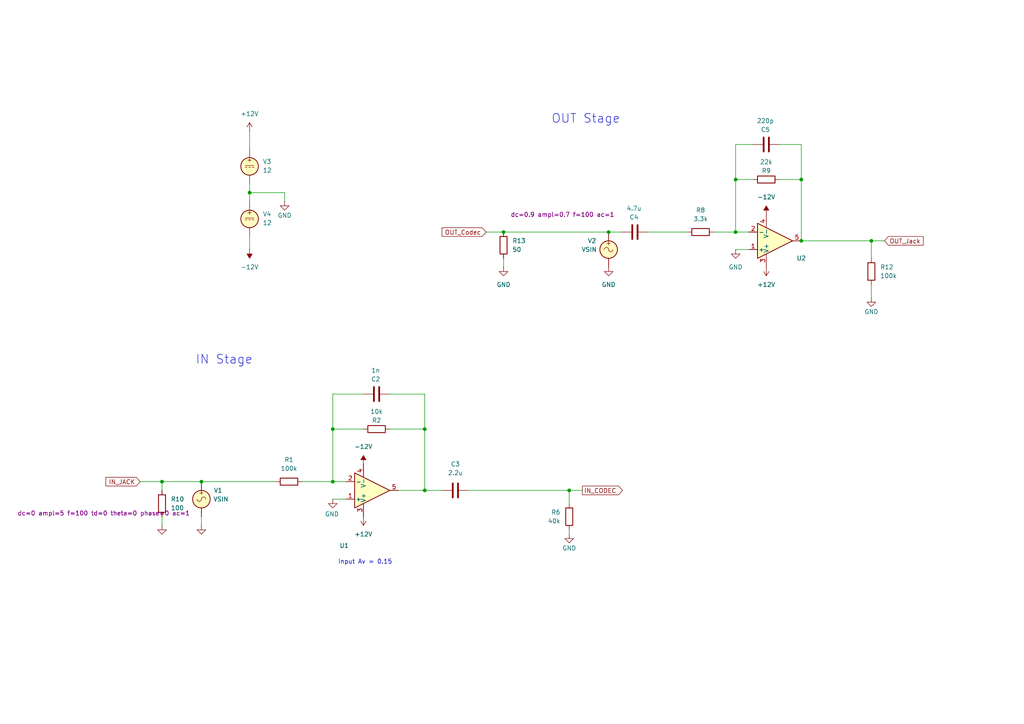
<source format=kicad_sch>
(kicad_sch (version 20250114) (generator "eeschema") (generator_version "9.0")
  (paper "A4")
  (lib_symbols
    (symbol "Device:C" (pin_numbers (hide yes)) (pin_names (offset 0.254))
      (property "Reference" "C" (at 0.635 2.54 0))
      (property "Value" "C" (at 0.635 -2.54 0))
      (symbol "C_0_1"
        (polyline (pts (xy -2.032 0.762) (xy 2.032 0.762)) (stroke (width 0.508)))
        (polyline (pts (xy -2.032 -0.762) (xy 2.032 -0.762)) (stroke (width 0.508)))
      )
      (symbol "C_1_1"
        (pin passive line (at 0 3.81 270) (length 2.794) (name "~") (number "1"))
        (pin passive line (at 0 -3.81 90) (length 2.794) (name "~") (number "2"))
      )
    )
    (symbol "Device:R" (pin_numbers (hide yes)) (pin_names (offset 0))
      (property "Reference" "R" (at 2.032 0 90))
      (property "Value" "R" (at 0 0 90))
      (symbol "R_0_1"
        (rectangle (start -1.016 -2.54) (end 1.016 2.54) (stroke (width 0.254)))
      )
      (symbol "R_1_1"
        (pin passive line (at 0 3.81 270) (length 1.27) (name "~") (number "1"))
        (pin passive line (at 0 -3.81 90) (length 1.27) (name "~") (number "2"))
      )
    )
    (symbol "Simulation_SPICE:OPAMP" (pin_names (offset 0.254))
      (property "Reference" "U" (at 3.81 3.175 0))
      (property "Value" "${SIM.PARAMS}" (at 3.81 -3.175 0))
      (symbol "OPAMP_0_1"
        (polyline (pts (xy 5.08 0) (xy -5.08 5.08) (xy -5.08 -5.08) (xy 5.08 0)) (stroke (width 0.254)) (fill (type background)))
      )
      (symbol "OPAMP_1_1"
        (pin input line (at -7.62 2.54 0) (length 2.54) (name "+") (number "1"))
        (pin input line (at -7.62 -2.54 0) (length 2.54) (name "-") (number "2"))
        (pin power_in line (at -2.54 7.62 270) (length 3.81) (name "V+") (number "3"))
        (pin power_in line (at -2.54 -7.62 90) (length 3.81) (name "V-") (number "4"))
        (pin output line (at 7.62 0 180) (length 2.54) (name "~") (number "5"))
      )
    )
    (symbol "Simulation_SPICE:VDC" (pin_numbers (hide yes)) (pin_names (offset 0.0254))
      (property "Reference" "V" (at 2.54 2.54 0))
      (property "Value" "1" (at 2.54 0 0))
      (symbol "VDC_0_0"
        (polyline (pts (xy -1.27 0.254) (xy 1.27 0.254)))
        (polyline (pts (xy -0.762 -0.254) (xy -1.27 -0.254)))
        (polyline (pts (xy 0.254 -0.254) (xy -0.254 -0.254)))
        (polyline (pts (xy 1.27 -0.254) (xy 0.762 -0.254)))
        (text "+" (at 0 1.905 0) (effects (font (size 1.27 1.27))))
      )
      (symbol "VDC_0_1"
        (circle (center 0 0) (radius 2.54) (stroke (width 0.254)) (fill (type background)))
      )
      (symbol "VDC_1_1"
        (pin passive line (at 0 5.08 270) (length 2.54) (name "~") (number "1"))
        (pin passive line (at 0 -5.08 90) (length 2.54) (name "~") (number "2"))
      )
    )
    (symbol "Simulation_SPICE:VSIN" (pin_numbers (hide yes)) (pin_names (offset 0.0254))
      (property "Reference" "V" (at 2.54 2.54 0))
      (property "Value" "VSIN" (at 2.54 0 0))
      (property "Sim.Params" "dc=0 ampl=1 f=1k ac=1" (at 2.54 -2.54 0))
      (symbol "VSIN_0_0"
        (arc (start -1.27 0) (mid -0.635 0.6323) (end 0 0))
        (arc (start 1.27 0) (mid 0.635 -0.6323) (end 0 0))
        (text "+" (at 0 1.905 0) (effects (font (size 1.27 1.27))))
      )
      (symbol "VSIN_0_1"
        (circle (center 0 0) (radius 2.54) (stroke (width 0.254)) (fill (type background)))
      )
      (symbol "VSIN_1_1"
        (pin passive line (at 0 5.08 270) (length 2.54) (name "~") (number "1"))
        (pin passive line (at 0 -5.08 90) (length 2.54) (name "~") (number "2"))
      )
    )
    (symbol "power:+5V" (power) (pin_numbers (hide yes)) (pin_names (offset 0) (hide yes))
      (property "Value" "+5V" (at 0 3.556 0))
      (symbol "+5V_0_1"
        (polyline (pts (xy -0.762 1.27) (xy 0 2.54)))
        (polyline (pts (xy 0 2.54) (xy 0.762 1.27)))
        (polyline (pts (xy 0 0) (xy 0 2.54)))
      )
      (symbol "+5V_1_1"
        (pin power_in line (at 0 0 90) (length 0) (name "~") (number "1"))
      )
    )
    (symbol "power:-12V" (power) (pin_numbers (hide yes)) (pin_names (offset 0) (hide yes))
      (property "Value" "-12V" (at 0 3.556 0))
      (symbol "-12V_0_0"
        (pin power_in line (at 0 0 90) (length 0) (name "~") (number "1"))
      )
      (symbol "-12V_0_1"
        (polyline (pts (xy 0 0) (xy 0 1.27) (xy 0.762 1.27) (xy 0 2.54) (xy -0.762 1.27) (xy 0 1.27)) (fill (type outline)))
      )
    )
    (symbol "power:GND" (power) (pin_numbers (hide yes)) (pin_names (offset 0) (hide yes))
      (property "Value" "GND" (at 0 -3.81 0))
      (symbol "GND_0_1"
        (polyline (pts (xy 0 0) (xy 0 -1.27) (xy 1.27 -1.27) (xy 0 -2.54) (xy -1.27 -1.27) (xy 0 -1.27)))
      )
      (symbol "GND_1_1"
        (pin power_in line (at 0 0 270) (length 0) (name "~") (number "1"))
      )
    )
  )
  (text "OUT Stage" (at 169.926 34.544 0) (effects (font (size 2.54 2.54))))
  (text "IN Stage" (at 65.024 104.394 0) (effects (font (size 2.54 2.54))))
  (text "Input Av = 0.15" (at 105.918 163.068 0) (effects (font (size 1.27 1.27))))
  (junction (at 165.1 142.24))
  (junction (at 252.73 69.85))
  (junction (at 96.52 139.7))
  (junction (at 176.53 67.31))
  (junction (at 123.19 142.24))
  (junction (at 232.41 69.85))
  (junction (at 146.05 67.31))
  (junction (at 213.36 52.07))
  (junction (at 72.39 55.88))
  (junction (at 46.99 139.7))
  (junction (at 96.52 124.46))
  (junction (at 58.42 139.7))
  (junction (at 213.36 67.31))
  (junction (at 123.19 124.46))
  (junction (at 232.41 52.07))
  (wire (pts (xy 96.52 139.7) (xy 100.33 139.7)))
  (wire (pts (xy 72.39 55.88) (xy 72.39 58.42)))
  (wire (pts (xy 213.36 67.31) (xy 213.36 52.07)))
  (wire (pts (xy 96.52 124.46) (xy 105.41 124.46)))
  (wire (pts (xy 72.39 68.58) (xy 72.39 72.39)))
  (wire (pts (xy 226.06 52.07) (xy 232.41 52.07)))
  (wire (pts (xy 252.73 74.93) (xy 252.73 69.85)))
  (wire (pts (xy 46.99 142.24) (xy 46.99 139.7)))
  (wire (pts (xy 226.06 41.91) (xy 232.41 41.91)))
  (wire (pts (xy 72.39 53.34) (xy 72.39 55.88)))
  (wire (pts (xy 140.97 67.31) (xy 146.05 67.31)))
  (wire (pts (xy 40.64 139.7) (xy 46.99 139.7)))
  (wire (pts (xy 58.42 139.7) (xy 80.01 139.7)))
  (wire (pts (xy 213.36 72.39) (xy 217.17 72.39)))
  (wire (pts (xy 96.52 139.7) (xy 96.52 124.46)))
  (wire (pts (xy 123.19 124.46) (xy 123.19 142.24)))
  (wire (pts (xy 176.53 67.31) (xy 180.34 67.31)))
  (wire (pts (xy 82.55 55.88) (xy 82.55 58.42)))
  (wire (pts (xy 213.36 41.91) (xy 213.36 52.07)))
  (wire (pts (xy 213.36 67.31) (xy 217.17 67.31)))
  (wire (pts (xy 46.99 149.86) (xy 46.99 152.4)))
  (wire (pts (xy 135.89 142.24) (xy 165.1 142.24)))
  (wire (pts (xy 252.73 69.85) (xy 256.54 69.85)))
  (wire (pts (xy 115.57 142.24) (xy 123.19 142.24)))
  (wire (pts (xy 96.52 114.3) (xy 96.52 124.46)))
  (wire (pts (xy 187.96 67.31) (xy 199.39 67.31)))
  (wire (pts (xy 146.05 67.31) (xy 176.53 67.31)))
  (wire (pts (xy 105.41 114.3) (xy 96.52 114.3)))
  (wire (pts (xy 165.1 142.24) (xy 165.1 146.05)))
  (wire (pts (xy 232.41 69.85) (xy 252.73 69.85)))
  (wire (pts (xy 113.03 114.3) (xy 123.19 114.3)))
  (wire (pts (xy 252.73 82.55) (xy 252.73 86.36)))
  (wire (pts (xy 165.1 153.67) (xy 165.1 154.94)))
  (wire (pts (xy 165.1 142.24) (xy 168.91 142.24)))
  (wire (pts (xy 232.41 52.07) (xy 232.41 69.85)))
  (wire (pts (xy 72.39 55.88) (xy 82.55 55.88)))
  (wire (pts (xy 232.41 41.91) (xy 232.41 52.07)))
  (wire (pts (xy 123.19 124.46) (xy 123.19 114.3)))
  (wire (pts (xy 87.63 139.7) (xy 96.52 139.7)))
  (wire (pts (xy 46.99 139.7) (xy 58.42 139.7)))
  (wire (pts (xy 207.01 67.31) (xy 213.36 67.31)))
  (wire (pts (xy 218.44 41.91) (xy 213.36 41.91)))
  (wire (pts (xy 96.52 144.78) (xy 100.33 144.78)))
  (wire (pts (xy 72.39 38.1) (xy 72.39 43.18)))
  (wire (pts (xy 213.36 52.07) (xy 218.44 52.07)))
  (wire (pts (xy 123.19 142.24) (xy 128.27 142.24)))
  (wire (pts (xy 58.42 149.86) (xy 58.42 152.4)))
  (wire (pts (xy 113.03 124.46) (xy 123.19 124.46)))
  (wire (pts (xy 146.05 74.93) (xy 146.05 77.47)))
  (global_label "IN_CODEC" (shape output) (at 168.91 142.24 0) (property "Intersheetrefs" "${INTERSHEET_REFS}" (effects (hide yes))))
  (global_label "OUT_Codec" (shape input) (at 140.97 67.31 180) (property "Intersheetrefs" "${INTERSHEET_REFS}" (effects (hide yes))))
  (global_label "OUT_Jack" (shape input) (at 256.54 69.85 0) (property "Intersheetrefs" "${INTERSHEET_REFS}" (effects (hide yes))))
  (global_label "IN_JACK" (shape input) (at 40.64 139.7 180) (property "Intersheetrefs" "${INTERSHEET_REFS}" (effects (hide yes))))
  (symbol (lib_id "Device:R") (at 109.22 124.46 90) (mirror x) (unit 1)
    (property "Reference" "R2" (at 109.22 121.92 90))
    (property "Value" "10k" (at 109.22 119.38 90))
    (property "Description" "Resistor" (effects (hide yes)))
  )
  (symbol (lib_id "Simulation_SPICE:OPAMP") (at 224.79 69.85 0) (mirror x) (unit 1)
    (property "Reference" "U2" (at 232.41 74.8986 0))
    (property "Value" "${SIM.PARAMS}" (at 232.41 72.9935 0))
    (property "Datasheet" "https://ngspice.sourceforge.io/docs/ngspice-html-manual/manual.xhtml#sec__SUBCKT_Subcircuits" (effects (hide yes)))
    (property "Description" "Operational amplifier, single, node sequence=1:+ 2:- 3:OUT 4:V+ 5:V-" (effects (hide yes)))
    (property "Sim.Pins" "1=in+ 2=in- 3=vcc 4=vee 5=out" (effects (hide yes)))
    (property "Sim.Device" "SUBCKT" (effects (hide yes)))
    (property "Sim.Library" "${KICAD7_SYMBOL_DIR}/Simulation_SPICE.sp" (effects (hide yes)))
    (property "Sim.Name" "kicad_builtin_opamp" (effects (hide yes)))
  )
  (symbol (lib_id "power:GND") (at 58.42 152.4 0) (mirror y) (unit 1)
    (property "Reference" "#PWR01" (effects (hide yes)))
    (property "Value" "GND" (effects (hide yes)))
    (property "Description" "Power symbol creates a global label with name \"GND\" , ground" (effects (hide yes)))
  )
  (symbol (lib_id "power:-12V") (at 72.39 72.39 0) (mirror x) (unit 1)
    (property "Reference" "#PWR013" (effects (hide yes)))
    (property "Value" "-12V" (at 72.39 77.47 0))
    (property "Description" "Power symbol creates a global label with name \"-12V\"" (effects (hide yes)))
  )
  (symbol (lib_id "Device:R") (at 165.1 149.86 0) (mirror x) (unit 1)
    (property "Reference" "R6" (at 162.56 148.5899 0) (effects (justify right)))
    (property "Value" "40k" (at 162.56 151.1299 0) (effects (justify right)))
    (property "Description" "Resistor" (effects (hide yes)))
  )
  (symbol (lib_id "power:-12V") (at 105.41 134.62 0) (mirror y) (unit 1)
    (property "Reference" "#PWR03" (effects (hide yes)))
    (property "Value" "-12V" (at 105.41 129.54 0))
    (property "Description" "Power symbol creates a global label with name \"-12V\"" (effects (hide yes)))
  )
  (symbol (lib_id "Simulation_SPICE:VSIN") (at 58.42 144.78 0) (mirror y) (unit 1) (in_bom no) (on_board no)
    (property "Reference" "V1" (at 64.516 142.24 0) (effects (justify left)))
    (property "Value" "VSIN" (at 66.294 144.78 0) (effects (justify left)))
    (property "Datasheet" "https://ngspice.sourceforge.io/docs/ngspice-html-manual/manual.xhtml#sec_Independent_Sources_for" (effects (hide yes)))
    (property "Description" "Voltage source, sinusoidal" (effects (hide yes)))
    (property "Sim.Pins" "1=+ 2=-" (effects (hide yes)))
    (property "Sim.Params" "dc=0 ampl=5 f=100 td=0 theta=0 phase=0 ac=1" (at 55.118 148.844 0) (effects (justify left)))
    (property "Sim.Type" "SIN" (effects (hide yes)))
    (property "Sim.Device" "V" (effects (hide yes)))
  )
  (symbol (lib_id "power:+5V") (at 105.41 149.86 0) (mirror x) (unit 1)
    (property "Reference" "#PWR04" (effects (hide yes)))
    (property "Value" "+12V" (at 105.41 154.94 0))
    (property "Description" "Power symbol creates a global label with name \"+5V\"" (effects (hide yes)))
  )
  (symbol (lib_id "power:GND") (at 146.05 77.47 0) (unit 1) (in_bom no) (on_board no)
    (property "Reference" "#PWR017" (effects (hide yes)))
    (property "Value" "GND" (at 146.05 82.55 0))
    (property "Description" "Power symbol creates a global label with name \"GND\" , ground" (effects (hide yes)))
  )
  (symbol (lib_id "Device:R") (at 146.05 71.12 180) (unit 1)
    (property "Reference" "R13" (at 148.59 69.8499 0) (effects (justify right)))
    (property "Value" "50" (at 148.59 72.3899 0) (effects (justify right)))
    (property "Description" "Resistor" (effects (hide yes)))
  )
  (symbol (lib_id "power:+5V") (at 72.39 38.1 0) (mirror y) (unit 1)
    (property "Reference" "#PWR014" (effects (hide yes)))
    (property "Value" "+12V" (at 72.39 33.02 0))
    (property "Description" "Power symbol creates a global label with name \"+5V\"" (effects (hide yes)))
  )
  (symbol (lib_id "Simulation_SPICE:VDC") (at 72.39 48.26 0) (unit 1)
    (property "Reference" "V3" (at 76.2 46.8601 0) (effects (justify left)))
    (property "Value" "12" (at 76.2 49.4001 0) (effects (justify left)))
    (property "Datasheet" "https://ngspice.sourceforge.io/docs/ngspice-html-manual/manual.xhtml#sec_Independent_Sources_for" (effects (hide yes)))
    (property "Description" "Voltage source, DC" (effects (hide yes)))
    (property "Sim.Pins" "1=+ 2=-" (effects (hide yes)))
    (property "Sim.Type" "DC" (effects (hide yes)))
    (property "Sim.Device" "V" (effects (hide yes)))
  )
  (symbol (lib_id "Device:C") (at 222.25 41.91 270) (mirror x) (unit 1)
    (property "Reference" "C5" (at 221.996 37.592 90))
    (property "Value" "220p" (at 221.996 35.052 90))
    (property "Description" "Unpolarized capacitor" (effects (hide yes)))
  )
  (symbol (lib_id "Device:R") (at 46.99 146.05 180) (unit 1)
    (property "Reference" "R10" (at 49.53 144.7799 0) (effects (justify right)))
    (property "Value" "100" (at 49.53 147.3199 0) (effects (justify right)))
    (property "Description" "Resistor" (effects (hide yes)))
  )
  (symbol (lib_id "power:GND") (at 46.99 152.4 0) (mirror y) (unit 1)
    (property "Reference" "#PWR012" (effects (hide yes)))
    (property "Value" "GND" (effects (hide yes)))
    (property "Description" "Power symbol creates a global label with name \"GND\" , ground" (effects (hide yes)))
  )
  (symbol (lib_id "power:GND") (at 82.55 58.42 0) (unit 1)
    (property "Reference" "#PWR015" (effects (hide yes)))
    (property "Value" "GND" (at 82.55 62.484 0))
    (property "Description" "Power symbol creates a global label with name \"GND\" , ground" (effects (hide yes)))
  )
  (symbol (lib_id "power:+5V") (at 222.25 77.47 0) (mirror x) (unit 1)
    (property "Reference" "#PWR011" (effects (hide yes)))
    (property "Value" "+12V" (at 222.25 82.55 0))
    (property "Description" "Power symbol creates a global label with name \"+5V\"" (effects (hide yes)))
  )
  (symbol (lib_id "power:GND") (at 176.53 77.47 0) (unit 1) (in_bom no) (on_board no)
    (property "Reference" "#PWR07" (effects (hide yes)))
    (property "Value" "GND" (at 176.53 82.55 0))
    (property "Description" "Power symbol creates a global label with name \"GND\" , ground" (effects (hide yes)))
  )
  (symbol (lib_id "Device:R") (at 252.73 78.74 180) (unit 1)
    (property "Reference" "R12" (at 255.27 77.4699 0) (effects (justify right)))
    (property "Value" "100k" (at 255.27 80.0099 0) (effects (justify right)))
    (property "Description" "Resistor" (effects (hide yes)))
  )
  (symbol (lib_id "Device:R") (at 222.25 52.07 90) (mirror x) (unit 1)
    (property "Reference" "R9" (at 222.25 49.53 90))
    (property "Value" "22k" (at 222.25 46.99 90))
    (property "Description" "Resistor" (effects (hide yes)))
  )
  (symbol (lib_id "Simulation_SPICE:VDC") (at 72.39 63.5 0) (unit 1)
    (property "Reference" "V4" (at 76.2 62.1001 0) (effects (justify left)))
    (property "Value" "12" (at 76.2 64.6401 0) (effects (justify left)))
    (property "Datasheet" "https://ngspice.sourceforge.io/docs/ngspice-html-manual/manual.xhtml#sec_Independent_Sources_for" (effects (hide yes)))
    (property "Description" "Voltage source, DC" (effects (hide yes)))
    (property "Sim.Pins" "1=+ 2=-" (effects (hide yes)))
    (property "Sim.Type" "DC" (effects (hide yes)))
    (property "Sim.Device" "V" (effects (hide yes)))
  )
  (symbol (lib_id "Device:C") (at 109.22 114.3 270) (mirror x) (unit 1)
    (property "Reference" "C2" (at 108.966 109.982 90))
    (property "Value" "1n" (at 108.966 107.442 90))
    (property "Description" "Unpolarized capacitor" (effects (hide yes)))
  )
  (symbol (lib_id "Device:C") (at 132.08 142.24 90) (mirror x) (unit 1)
    (property "Reference" "C3" (at 132.08 134.62 90))
    (property "Value" "2.2u" (at 132.08 137.16 90))
    (property "Description" "Unpolarized capacitor" (effects (hide yes)))
  )
  (symbol (lib_id "power:GND") (at 252.73 86.36 0) (mirror y) (unit 1)
    (property "Reference" "#PWR016" (effects (hide yes)))
    (property "Value" "GND" (at 252.73 90.424 0))
    (property "Description" "Power symbol creates a global label with name \"GND\" , ground" (effects (hide yes)))
  )
  (symbol (lib_id "Device:C") (at 184.15 67.31 270) (mirror x) (unit 1)
    (property "Reference" "C4" (at 183.896 62.992 90))
    (property "Value" "4.7u" (at 183.896 60.452 90))
    (property "Description" "Unpolarized capacitor" (effects (hide yes)))
  )
  (symbol (lib_id "Device:R") (at 83.82 139.7 90) (mirror x) (unit 1)
    (property "Reference" "R1" (at 83.82 133.35 90))
    (property "Value" "100k" (at 83.82 135.89 90))
    (property "Description" "Resistor" (effects (hide yes)))
  )
  (symbol (lib_id "power:GND") (at 213.36 72.39 0) (mirror y) (unit 1) (in_bom no) (on_board no)
    (property "Reference" "#PWR09" (effects (hide yes)))
    (property "Value" "GND" (at 213.36 77.47 0))
    (property "Description" "Power symbol creates a global label with name \"GND\" , ground" (effects (hide yes)))
  )
  (symbol (lib_id "Simulation_SPICE:VSIN") (at 176.53 72.39 0) (unit 1) (in_bom no) (on_board no)
    (property "Reference" "V2" (at 170.434 69.85 0) (effects (justify left)))
    (property "Value" "VSIN" (at 168.656 72.39 0) (effects (justify left)))
    (property "Datasheet" "https://ngspice.sourceforge.io/docs/ngspice-html-manual/manual.xhtml#sec_Independent_Sources_for" (effects (hide yes)))
    (property "Description" "Voltage source, sinusoidal" (effects (hide yes)))
    (property "Sim.Pins" "1=+ 2=-" (effects (hide yes)))
    (property "Sim.Params" "dc=0.9 ampl=0.7 f=100 ac=1" (at 148.082 62.23 0) (effects (justify left)))
    (property "Sim.Type" "SIN" (effects (hide yes)))
    (property "Sim.Device" "V" (effects (hide yes)))
  )
  (symbol (lib_id "Device:R") (at 203.2 67.31 90) (mirror x) (unit 1)
    (property "Reference" "R8" (at 203.2 60.96 90))
    (property "Value" "3.3k" (at 203.2 63.5 90))
    (property "Description" "Resistor" (effects (hide yes)))
  )
  (symbol (lib_id "power:-12V") (at 222.25 62.23 0) (mirror y) (unit 1)
    (property "Reference" "#PWR010" (effects (hide yes)))
    (property "Value" "-12V" (at 222.25 57.15 0))
    (property "Description" "Power symbol creates a global label with name \"-12V\"" (effects (hide yes)))
  )
  (symbol (lib_id "Simulation_SPICE:OPAMP") (at 107.95 142.24 0) (mirror x) (unit 1)
    (property "Reference" "U1" (at 99.822 158.242 0))
    (property "Value" "${SIM.PARAMS}" (at 115.57 145.3835 0))
    (property "Datasheet" "https://ngspice.sourceforge.io/docs/ngspice-html-manual/manual.xhtml#sec__SUBCKT_Subcircuits" (effects (hide yes)))
    (property "Description" "Operational amplifier, single, node sequence=1:+ 2:- 3:OUT 4:V+ 5:V-" (effects (hide yes)))
    (property "Sim.Pins" "1=in+ 2=in- 3=vcc 4=vee 5=out" (effects (hide yes)))
    (property "Sim.Device" "SUBCKT" (effects (hide yes)))
    (property "Sim.Library" "${KICAD7_SYMBOL_DIR}/Simulation_SPICE.sp" (effects (hide yes)))
    (property "Sim.Name" "kicad_builtin_opamp" (effects (hide yes)))
  )
  (symbol (lib_id "power:GND") (at 96.52 144.78 0) (mirror y) (unit 1)
    (property "Reference" "#PWR02" (effects (hide yes)))
    (property "Value" "GND" (at 96.266 149.098 0))
    (property "Description" "Power symbol creates a global label with name \"GND\" , ground" (effects (hide yes)))
  )
  (symbol (lib_id "power:GND") (at 165.1 154.94 0) (unit 1)
    (property "Reference" "#PWR06" (effects (hide yes)))
    (property "Value" "GND" (at 165.1 159.004 0))
    (property "Description" "Power symbol creates a global label with name \"GND\" , ground" (effects (hide yes)))
  )
)
</source>
